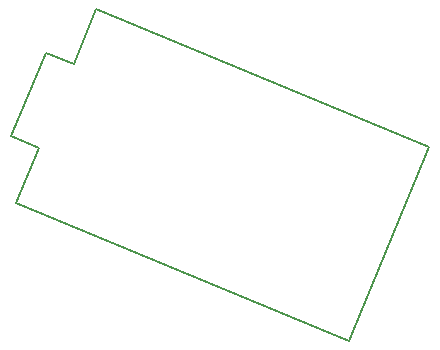
<source format=gbr>
G04 #@! TF.GenerationSoftware,KiCad,Pcbnew,(5.1.5)-3*
G04 #@! TF.CreationDate,2020-04-06T14:53:39-04:00*
G04 #@! TF.ProjectId,OctoPad,4f63746f-5061-4642-9e6b-696361645f70,rev?*
G04 #@! TF.SameCoordinates,Original*
G04 #@! TF.FileFunction,Legend,Bot*
G04 #@! TF.FilePolarity,Positive*
%FSLAX46Y46*%
G04 Gerber Fmt 4.6, Leading zero omitted, Abs format (unit mm)*
G04 Created by KiCad (PCBNEW (5.1.5)-3) date 2020-04-06 14:53:39*
%MOMM*%
%LPD*%
G04 APERTURE LIST*
%ADD10C,0.150000*%
G04 APERTURE END LIST*
D10*
X121009118Y-108501635D02*
X127813230Y-92075056D01*
X92849270Y-96837444D02*
X121009118Y-108501635D01*
X94793302Y-92144136D02*
X92849270Y-96837444D01*
X92446648Y-91172120D02*
X94793302Y-92144136D01*
X95362696Y-84132158D02*
X92446648Y-91172120D01*
X97709350Y-85104173D02*
X95362696Y-84132158D01*
X99653382Y-80410865D02*
X97709350Y-85104173D01*
X99653382Y-80410865D02*
X127813230Y-92075056D01*
M02*

</source>
